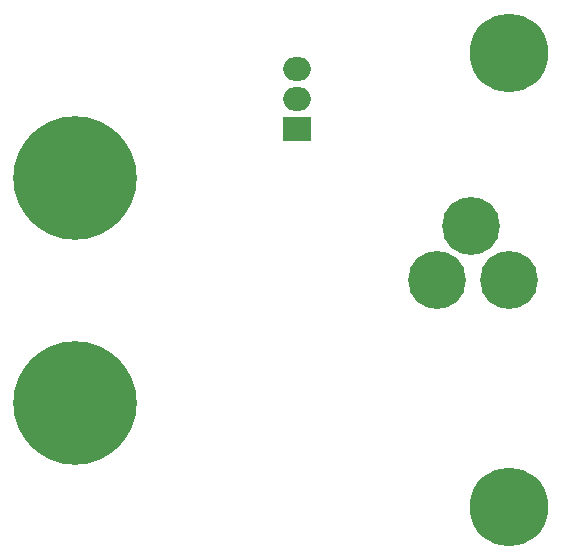
<source format=gbs>
G04 #@! TF.FileFunction,Soldermask,Bot*
%FSLAX46Y46*%
G04 Gerber Fmt 4.6, Leading zero omitted, Abs format (unit mm)*
G04 Created by KiCad (PCBNEW 4.0.1-stable) date 2/13/2016 6:26:37 PM*
%MOMM*%
G01*
G04 APERTURE LIST*
%ADD10C,0.150000*%
%ADD11C,4.904800*%
%ADD12C,10.464800*%
%ADD13R,2.336800X2.032000*%
%ADD14O,2.336800X2.032000*%
%ADD15C,6.654800*%
G04 APERTURE END LIST*
D10*
D11*
X45000000Y-23250000D03*
X38900000Y-23250000D03*
X41800000Y-18650000D03*
D12*
X8255000Y-14605000D03*
X8255000Y-33655000D03*
D13*
X27000000Y-10500000D03*
D14*
X27000000Y-7960000D03*
X27000000Y-5420000D03*
D15*
X45000000Y-4000000D03*
X45000000Y-42500000D03*
M02*

</source>
